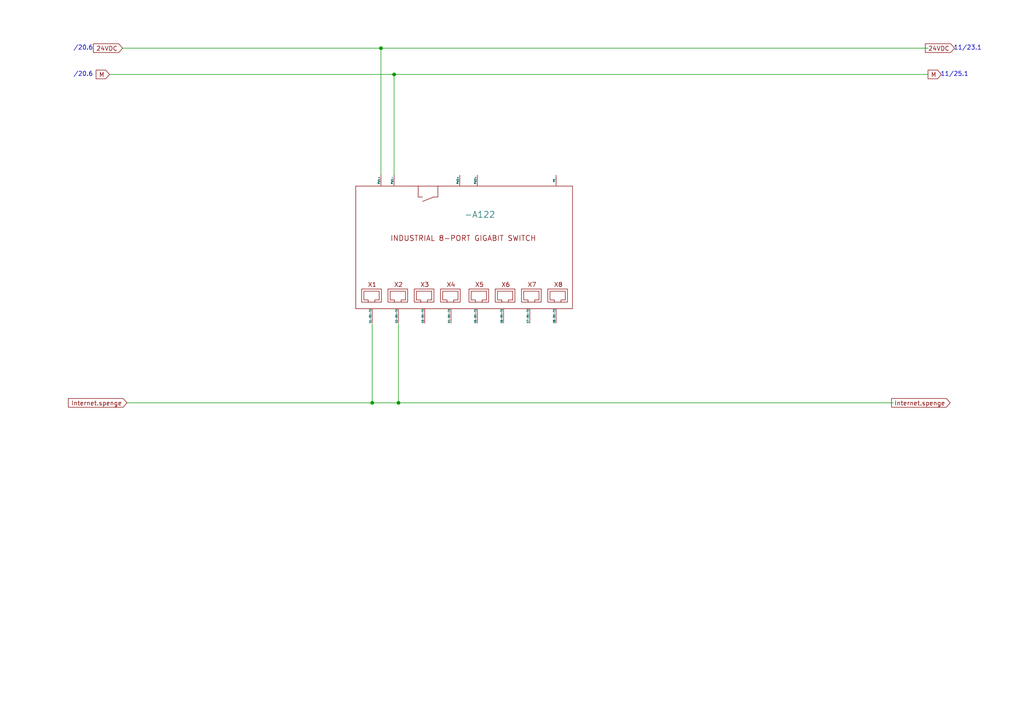
<source format=kicad_sch>
(kicad_sch (version 20250114) (generator "eeschema") (generator_version "9.0")
  (paper "A4")
  (lib_symbols
    (symbol "devices:Ethernet_Switch-8Port_(A)" (pin_numbers (hide yes)) (pin_names (offset 0)) (on_board no)
      (property "Reference" "-A" (at -25.654 9.652 0))
      (property "Ort" "=" (at -26.67 7.62 0))
      (symbol "Ethernet_Switch-8Port_(A)_0_1"
        (rectangle (start -31.4325 17.1449) (end 31.4325 -18.4149))
        (rectangle (start -29.718 -12.7) (end -24.003 -16.51))
        (polyline (pts (xy -27.813 -16.51) (xy -27.813 -15.875) (xy -29.083 -15.875) (xy -29.083 -13.335) (xy -24.638 -13.335) (xy -24.638 -15.875) (xy -25.273 -15.875) (xy -25.908 -15.875) (xy -25.908 -16.51)))
        (rectangle (start -22.098 -12.7) (end -16.383 -16.51))
        (polyline (pts (xy -20.193 -16.51) (xy -20.193 -15.875) (xy -21.463 -15.875) (xy -21.463 -13.335) (xy -17.018 -13.335) (xy -17.018 -15.875) (xy -17.653 -15.875) (xy -18.288 -15.875) (xy -18.288 -16.51)))
        (rectangle (start -14.478 -12.7) (end -8.763 -16.51))
        (polyline (pts (xy -13.335 17.145) (xy -13.335 13.97) (xy -12.065 13.97)))
        (polyline (pts (xy -12.573 -16.51) (xy -12.573 -15.875) (xy -13.843 -15.875) (xy -13.843 -13.335) (xy -9.398 -13.335) (xy -9.398 -15.875) (xy -10.033 -15.875) (xy -10.668 -15.875) (xy -10.668 -16.51)))
        (polyline (pts (xy -8.89 13.97) (xy -12.065 12.7)))
        (polyline (pts (xy -8.89 13.97) (xy -7.62 13.97) (xy -7.62 17.145)))
        (rectangle (start -6.858 -12.7) (end -1.143 -16.51))
        (polyline (pts (xy -4.953 -16.51) (xy -4.953 -15.875) (xy -6.223 -15.875) (xy -6.223 -13.335) (xy -1.778 -13.335) (xy -1.778 -15.875) (xy -2.413 -15.875) (xy -3.048 -15.875) (xy -3.048 -16.51)))
        (rectangle (start 1.397 -12.7) (end 7.112 -16.51))
        (polyline (pts (xy 3.302 -16.51) (xy 3.302 -15.875) (xy 2.032 -15.875) (xy 2.032 -13.335) (xy 6.477 -13.335) (xy 6.477 -15.875) (xy 5.842 -15.875) (xy 5.207 -15.875) (xy 5.207 -16.51)))
        (rectangle (start 9.017 -12.7) (end 14.732 -16.51))
        (polyline (pts (xy 10.922 -16.51) (xy 10.922 -15.875) (xy 9.652 -15.875) (xy 9.652 -13.335) (xy 14.097 -13.335) (xy 14.097 -15.875) (xy 13.462 -15.875) (xy 12.827 -15.875) (xy 12.827 -16.51)))
        (rectangle (start 16.637 -12.7) (end 22.352 -16.51))
        (polyline (pts (xy 18.542 -16.51) (xy 18.542 -15.875) (xy 17.272 -15.875) (xy 17.272 -13.335) (xy 21.717 -13.335) (xy 21.717 -15.875) (xy 21.082 -15.875) (xy 20.447 -15.875) (xy 20.447 -16.51)))
        (rectangle (start 24.257 -12.7) (end 29.972 -16.51))
        (polyline (pts (xy 26.162 -16.51) (xy 26.162 -15.875) (xy 24.892 -15.875) (xy 24.892 -13.335) (xy 29.337 -13.335) (xy 29.337 -15.875) (xy 28.702 -15.875) (xy 28.067 -15.875) (xy 28.067 -16.51)))
      )
      (symbol "Ethernet_Switch-8Port_(A)_1_1"
        (text "X1" (at -26.67 -11.43 0) (effects (font (size 1.27 1.27))))
        (text "X2" (at -19.05 -11.43 0) (effects (font (size 1.27 1.27))))
        (text "X3\n" (at -11.43 -11.43 0) (effects (font (size 1.27 1.27))))
        (text "X4" (at -3.81 -11.43 0) (effects (font (size 1.27 1.27))))
        (text "INDUSTRIAL 8-PORT GIGABIT SWITCH" (at -0.254 2.032 0) (effects (font (size 1.524 1.524))))
        (text "X5" (at 4.445 -11.43 0) (effects (font (size 1.27 1.27))))
        (text "X6" (at 12.065 -11.43 0) (effects (font (size 1.27 1.27))))
        (text "X7" (at 19.685 -11.43 0) (effects (font (size 1.27 1.27))))
        (text "X8" (at 27.305 -11.43 0) (effects (font (size 1.27 1.27))))
        (pin bidirectional line (at -26.67 -22.606 90) (length 4.064) (name "X1-RX-TX") (number "X1-RX-TX"))
        (pin passive line (at -24.13 20.32 270) (length 3.048) (name "PW1+") (number "PW1+"))
        (pin passive line (at -20.32 20.32 270) (length 3.048) (name "PW1-") (number "PW1-"))
        (pin bidirectional line (at -19.05 -22.606 90) (length 4.064) (name "X2-RX-TX") (number "X2-RX-TX"))
        (pin bidirectional line (at -11.43 -22.606 90) (length 4.064) (name "X3-RX-TX") (number "X3-RX-TX"))
        (pin bidirectional line (at -3.81 -22.606 90) (length 4.064) (name "X4-RX-TX") (number "X4-RX-TX"))
        (pin passive line (at -1.27 20.32 270) (length 3.048) (name "PW2+") (number "PW2+"))
        (pin passive line (at 3.81 20.32 270) (length 3.048) (name "PW2+") (number "PW2+"))
        (pin bidirectional line (at 3.81 -22.606 90) (length 4.064) (name "X5-RX-TX") (number "X5-RX-TX"))
        (pin bidirectional line (at 11.43 -22.606 90) (length 4.064) (name "X6-RX-TX") (number "X6-RX-TX"))
        (pin bidirectional line (at 19.05 -22.606 90) (length 4.064) (name "X7-RX-TX") (number "X7-RX-TX"))
        (pin passive line (at 26.67 20.32 270) (length 3.048) (name "PE") (number "PE"))
        (pin bidirectional line (at 26.67 -22.606 90) (length 4.064) (name "X8-RX-TX") (number "X8-RX-TX"))
      )
    )
  )
  (text "/20.6" (at 24.13 13.97 0) (effects (font (size 1.27 1.27))))
  (text "/20.6" (at 24.13 21.59 0) (effects (font (size 1.27 1.27))))
  (text "11/25.1" (at 276.86 21.59 0) (effects (font (size 1.27 1.27))))
  (text "11/23.1" (at 280.67 13.97 0) (effects (font (size 1.27 1.27))))
  (junction (at 107.95 116.84))
  (junction (at 115.57 116.84))
  (junction (at 114.3 21.59))
  (junction (at 110.49 13.97))
  (wire (pts (xy 114.3 21.59) (xy 114.3 50.8)))
  (wire (pts (xy 107.95 93.98) (xy 107.95 116.84)))
  (wire (pts (xy 115.57 93.98) (xy 115.57 116.84)))
  (wire (pts (xy 115.57 116.84) (xy 259.08 116.84)))
  (wire (pts (xy 35.56 13.97) (xy 110.49 13.97)))
  (wire (pts (xy 31.75 21.59) (xy 114.3 21.59)))
  (wire (pts (xy 107.95 116.84) (xy 115.57 116.84)))
  (wire (pts (xy 114.3 21.59) (xy 269.24 21.59)))
  (wire (pts (xy 36.83 116.84) (xy 107.95 116.84)))
  (wire (pts (xy 110.49 13.97) (xy 269.24 13.97)))
  (wire (pts (xy 110.49 13.97) (xy 110.49 50.8)))
  (global_label "Internet.spenge" (shape input) (at 275.59 116.84 180) (property "Intersheetrefs" "${INTERSHEET_REFS}" (effects (hide yes))))
  (global_label "M" (shape input) (at 31.75 21.59 180) (property "Intersheetrefs" "${INTERSHEET_REFS}" (effects (hide yes))))
  (global_label "M" (shape input) (at 273.05 21.59 180) (property "Intersheetrefs" "${INTERSHEET_REFS}" (effects (hide yes))))
  (global_label "24VDC" (shape input) (at 35.56 13.97 180) (property "Intersheetrefs" "${INTERSHEET_REFS}" (effects (hide yes))))
  (global_label "Internet.spenge" (shape input) (at 36.83 116.84 180) (property "Intersheetrefs" "${INTERSHEET_REFS}" (effects (hide yes))))
  (global_label "24VDC" (shape input) (at 276.86 13.97 180) (property "Intersheetrefs" "${INTERSHEET_REFS}" (effects (hide yes))))
  (symbol (lib_id "devices:Ethernet_Switch-8Port_(A)") (at 134.62 71.12 0) (unit 1) (on_board no)
    (property "Reference" "-A122" (at 134.62 62.23 0) (effects (font (size 1.778 1.778)) (justify left)))
    (property "Ort" "=" (effects (hide yes)))
  )
)
</source>
